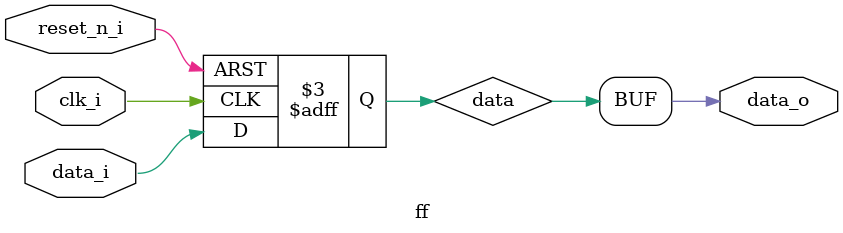
<source format=v>
module ff (
    clk_i,
    reset_n_i,
    data_i,
    data_o
);

    parameter RESET_VAL = 1'b0;

    input  clk_i;
    input  reset_n_i;
    input  data_i;
    output data_o;

    reg data;

    always @(posedge clk_i or negedge reset_n_i) begin
        if (reset_n_i == 1'b0) begin
            data <= RESET_VAL;
        end else begin
            data <= data_i;
        end
    end

    assign data_o = data;

endmodule

</source>
